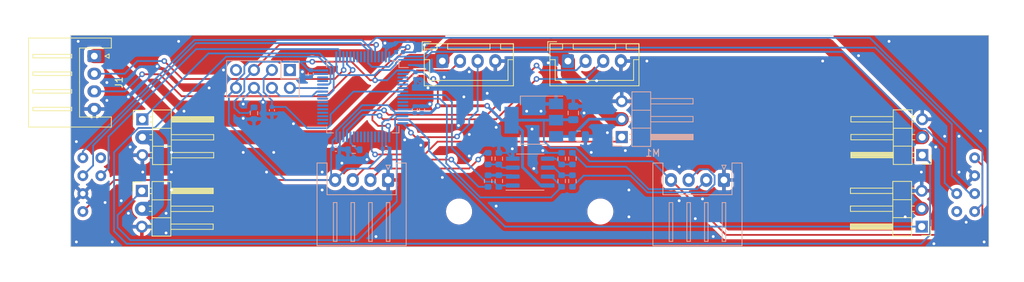
<source format=kicad_pcb>
(kicad_pcb (version 20221018) (generator pcbnew)
  (layers (0 "F.Cu" signal) (31 "B.Cu" signal) (34 "B.Paste" user) (35 "F.Paste" user) (36 "B.SilkS" user "B.Silkscreen") (37 "F.SilkS" user "F.Silkscreen") (38 "B.Mask" user) (39 "F.Mask" user) (44 "Edge.Cuts" user))
  (net 0 "")
  (net 1 "+5V")
  (net 2 "GND")
  (net 3 "+3V3")
  (net 4 "NRST")
  (net 5 "WS2812B")
  (net 6 "UART4_TX")
  (net 7 "UART4_RX")
  (net 8 "UART2_RX")
  (net 9 "UART2_TX")
  (net 10 "Net-(J3-Pin_2)")
  (net 11 "Net-(J3-Pin_3)")
  (net 13 "UART1_RX")
  (net 14 "UART1_TX")
  (net 15 "BOOT0")
  (net 17 "Net-(J5-Pin_2)")
  (net 18 "Net-(J5-Pin_3)")
  (net 19 "UART3_RX")
  (net 20 "UART3_TX")
  (net 21 "ServoBasket")
  (net 22 "ServoArmLeft")
  (net 23 "ServoArmRight")
  (net 24 "ServoHandLeft")
  (net 25 "ServoHandRight")
  (net 26 "Net-(U1B-+)")
  (net 27 "Net-(U1B--)")
  (net 28 "Net-(U1A-+)")
  (net 29 "Net-(U4-PB2)")
  (net 30 "Net-(U1A--)")
  (net 31 "LOADCEL_R")
  (net 32 "LOADCEL_L")
  (net 33 "SCL")
  (net 34 "SDA")
  (net 35 "XSHUT1")
  (net 37 "XSHUT2")
  (footprint "Connector_PinHeader_2.54mm:PinHeader_1x03_P2.54mm_Horizontal" (layer "F.Cu") (at 155.505 97.14 180)
    (fp_text reference "M4" hide)
    (fp_text value "ServoArmRight" hide)
  )
  (footprint "Connector_JST:JST_XH_B4B-XH-A_1x04_P2.50mm_Vertical" (layer "F.Cu") (at 87.63 73.66)
    (fp_text reference "J2" hide)
    (fp_text value "MAIN" hide)
  )
  (footprint "Connector_JST:JST_XH_B4B-XH-A_1x04_P2.50mm_Vertical" (layer "F.Cu") (at 105.41 73.66)
    (fp_text reference "J6" hide)
    (fp_text value "OpenMV" hide)
  )
  (footprint "Connector_PinHeader_2.54mm:PinHeader_1x03_P2.54mm_Horizontal" (layer "F.Cu") (at 45.155 81.93)
    (fp_text reference "M5" hide)
    (fp_text value "ServoHandLeft" hide)
  )
  (footprint "Connector_PinHeader_2.54mm:PinHeader_1x03_P2.54mm_Horizontal" (layer "F.Cu") (at 45.085 92.075)
    (fp_text reference "M3" hide)
    (fp_text value "ServoArmLeft" hide)
  )
  (footprint "Connector_JST:JST_XH_S4B-XH-A_1x04_P2.50mm_Horizontal" (layer "F.Cu") (at 38.354 72.958 -90)
    (fp_text reference "J1")
    (fp_text value "UI")
  )
  (footprint "Connector_PinHeader_2.54mm:PinHeader_1x03_P2.54mm_Horizontal" (layer "F.Cu") (at 155.575 86.995 180)
    (fp_text reference "M6" hide)
    (fp_text value "ServoHandRight" hide)
  )
  (footprint "Capacitor_SMD:C_0805_2012Metric" (layer "B.Cu") (at 106.172 81.026 90)
    (fp_text reference "C2" hide)
    (fp_text value "22u" hide)
  )
  (footprint "Connector_JST:JST_XH_S4B-XH-A_1x04_P2.50mm_Horizontal" (layer "B.Cu") (at 79.95 90.53 180)
    (fp_text reference "J5" hide)
    (fp_text value "LOADCELL_L" hide)
  )
  (footprint "Resistor_SMD:R_0603_1608Metric" (layer "B.Cu") (at 104.521 90.678 90)
    (fp_text reference "R8" hide)
    (fp_text value "1M" hide)
  )
  (footprint "Package_QFP:LQFP-64_10x10mm_P0.5mm" (layer "B.Cu") (at 76.367 78.74 180)
    (fp_text reference "U4" hide)
    (fp_text value "STM32F103RCTx" hide)
  )
  (footprint "Resistor_SMD:R_0603_1608Metric" (layer "B.Cu") (at 94.107 87.503 -90)
    (fp_text reference "R3" hide)
    (fp_text value "330" hide)
  )
  (footprint "Capacitor_SMD:C_0402_1005Metric" (layer "B.Cu") (at 84.749 80.546 -90)
    (fp_text reference "C13" hide)
    (fp_text value "4.7u" hide)
  )
  (footprint "Capacitor_SMD:C_0402_1005Metric" (layer "B.Cu") (at 81.562 72.39 180)
    (fp_text reference "C11" hide)
    (fp_text value "100n" hide)
  )
  (footprint "Capacitor_SMD:C_0402_1005Metric" (layer "B.Cu") (at 83.82 75.72 90)
    (fp_text reference "C14" hide)
    (fp_text value "100n" hide)
  )
  (footprint "Resistor_SMD:R_0603_1608Metric" (layer "B.Cu") (at 75.097 86.233)
    (fp_text reference "R5" hide)
    (fp_text value "10k" hide)
  )
  (footprint "tuton:vl53l0x_vertical" (layer "B.Cu") (at 163 92.46 -90)
    (fp_text reference "U2" hide)
    (fp_text value "~")
  )
  (footprint "Resistor_SMD:R_0603_1608Metric" (layer "B.Cu") (at 106.045 87.503 -90)
    (fp_text reference "R1" hide)
    (fp_text value "330" hide)
  )
  (footprint "Connector_JST:JST_XH_S4B-XH-A_1x04_P2.50mm_Horizontal" (layer "B.Cu") (at 127.5 90.53 180)
    (fp_text reference "J3" hide)
    (fp_text value "LOADCELL_R" hide)
  )
  (footprint "MountingHole:MountingHole_3.2mm_M3" (layer "B.Cu") (at 90 95 180)
    (fp_text reference "REF**" hide)
    (fp_text value "MountingHole_3.2mm_M3" hide)
  )
  (footprint "Resistor_SMD:R_0603_1608Metric" (layer "B.Cu") (at 94.107 90.678 -90)
    (fp_text reference "R6" hide)
    (fp_text value "330" hide)
  )
  (footprint "Connector_PinHeader_2.54mm:PinHeader_1x03_P2.54mm_Horizontal" (layer "B.Cu") (at 113.03 84.44)
    (fp_text reference "M1")
    (fp_text value "ServoBasketLeft" hide)
  )
  (footprint "Capacitor_SMD:C_0402_1005Metric" (layer "B.Cu") (at 83.733 80.546 -90)
    (fp_text reference "C12" hide)
    (fp_text value "100n" hide)
  )
  (footprint "Capacitor_SMD:C_0402_1005Metric" (layer "B.Cu") (at 63.5 80.645 90)
    (fp_text reference "C15" hide)
    (fp_text value "100n" hide)
  )
  (footprint "Capacitor_SMD:C_0402_1005Metric" (layer "B.Cu") (at 72.557 86.106 180)
    (fp_text reference "C9" hide)
    (fp_text value "100n" hide)
  )
  (footprint "Resistor_SMD:R_0603_1608Metric" (layer "B.Cu") (at 106.045 90.678 -90)
    (fp_text reference "R2" hide)
    (fp_text value "330" hide)
  )
  (footprint "Capacitor_SMD:C_0402_1005Metric" (layer "B.Cu") (at 69.001 75.438 90)
    (fp_text reference "C10" hide)
    (fp_text value "100n" hide)
  )
  (footprint "tuton:vl53l0x_vertical" (layer "B.Cu") (at 36.73 89.92 90)
    (fp_text reference "U3" hide)
    (fp_text value "~")
  )
  (footprint "Resistor_SMD:R_0603_1608Metric" (layer "B.Cu") (at 95.631 90.678 90)
    (fp_text reference "R10" hide)
    (fp_text value "1M" hide)
  )
  (footprint "Resistor_SMD:R_0603_1608Metric" (layer "B.Cu") (at 95.631 87.503 90)
    (fp_text reference "R9" hide)
    (fp_text value "1M" hide)
  )
  (footprint "Package_TO_SOT_SMD:SOT-223-3_TabPin2" (layer "B.Cu") (at 100.584 82.042 180)
    (fp_text reference "U5" hide)
    (fp_text value "AMS1117-3.3" hide)
  )
  (footprint "Package_SO:SOIC-8_3.9x4.9mm_P1.27mm" (layer "B.Cu") (at 100.076 89.408)
    (fp_text reference "U1" hide)
    (fp_text value "LM358" hide)
  )
  (footprint "Connector_PinSocket_2.54mm:PinSocket_2x04_P2.54mm_Vertical" (layer "B.Cu") (at 66.04 74.93 90)
    (fp_text reference "J4" hide)
    (fp_text value "WRITER CONN" hide)
  )
  (footprint "Capacitor_SMD:C_0805_2012Metric" (layer "B.Cu") (at 106.934 84.328)
    (fp_text reference "C1" hide)
    (fp_text value "22u" hide)
  )
  (footprint "Resistor_SMD:R_0603_1608Metric" (layer "B.Cu") (at 60.96 81.054 -90)
    (fp_text reference "R4" hide)
    (fp_text value "10k" hide)
  )
  (footprint "Resistor_SMD:R_0603_1608Metric" (layer "B.Cu") (at 104.521 87.503 90)
    (fp_text reference "R7" hide)
    (fp_text value "1M" hide)
  )
  (footprint "MountingHole:MountingHole_3.2mm_M3" (layer "B.Cu") (at 110 95 180)
    (fp_text reference "REF**" hide)
    (fp_text value "MountingHole_3.2mm_M3" hide)
  )
  (footprint "Capacitor_SMD:C_0402_1005Metric" (layer "B.Cu") (at 79.669 86.106 180)
    (fp_text reference "C8" hide)
    (fp_text value "100n" hide)
  )
  (gr_rect (start 35 70) (end 165 100) (stroke (width 0.1)) (fill none) (layer "Edge.Cuts"))
  (segment (start 103 71.485) (end 142.245862 71.485) (width 2) (layer "F.Cu") (net 1))
  (segment (start 38.354 72.958) (end 40.283 72.958) (width 2) (layer "F.Cu") (net 1))
  (segment (start 87.63 73.66) (end 87.63 72.685) (width 2) (layer "F.Cu") (net 1))
  (segment (start 155.505 94.6) (end 155.145862 94.6) (width 2) (layer "F.Cu") (net 1))
  (segment (start 51.795 84.47) (end 56 84.47) (width 2) (layer "F.Cu") (net 1))
  (segment (start 87.63 73.66) (end 83.185 73.66) (width 2) (layer "F.Cu") (net 1))
  (segment (start 87.63 72.685) (end 88.83 71.485) (width 2) (layer "F.Cu") (net 1))
  (segment (start 56 84.47) (end 45.155 84.47) (width 2) (layer "F.Cu") (net 1))
  (segment (start 105.41 75.482081) (end 105.41 73.66) (width 2) (layer "F.Cu") (net 1))
  (segment (start 155.215862 84.455) (end 155.575 84.455) (width 2) (layer "F.Cu") (net 1))
  (segment (start 83.185 73.66) (end 72.375 84.47) (width 2) (layer "F.Cu") (net 1))
  (segment (start 40.283 72.958) (end 51.795 84.47) (width 2) (layer "F.Cu") (net 1))
  (segment (start 142.245862 71.485) (end 155.215862 84.455) (width 2) (layer "F.Cu") (net 1))
  (segment (start 153.455 85.015) (end 154.015 84.455) (width 2) (layer "F.Cu") (net 1))
  (segment (start 105.175 73.66) (end 103 71.485) (width 2) (layer "F.Cu") (net 1))
  (segment (start 72.375 84.47) (end 56 84.47) (width 2) (layer "F.Cu") (net 1))
  (segment (start 153.455 92.909138) (end 153.455 85.015) (width 2) (layer "F.Cu") (net 1))
  (segment (start 111.827919 81.9) (end 105.41 75.482081) (width 2) (layer "F.Cu") (net 1))
  (segment (start 154.015 84.455) (end 155.575 84.455) (width 2) (layer "F.Cu") (net 1))
  (segment (start 88.83 71.485) (end 103 71.485) (width 2) (layer "F.Cu") (net 1))
  (segment (start 155.145862 94.6) (end 153.455 92.909138) (width 2) (layer "F.Cu") (net 1))
  (segment (start 113.03 81.9) (end 111.827919 81.9) (width 2) (layer "F.Cu") (net 1))
  (segment (start 105.41 73.66) (end 105.175 73.66) (width 2) (layer "F.Cu") (net 1))
  (segment (start 45.155 84.47) (end 46.357081 84.47) (width 2) (layer "B.Cu") (net 1))
  (segment (start 105.984 84.328) (end 108.412 81.9) (width 0.4) (layer "B.Cu") (net 1))
  (segment (start 46.357081 84.47) (end 47.205 85.317919) (width 2) (layer "B.Cu") (net 1))
  (segment (start 108.412 81.9) (end 113.03 81.9) (width 0.4) (layer "B.Cu") (net 1))
  (segment (start 46.385 94.615) (end 45.085 94.615) (width 2) (layer "B.Cu") (net 1))
  (segment (start 103.734 84.342) (end 105.97 84.342) (width 0.4) (layer "B.Cu") (net 1))
  (segment (start 47.205 93.795) (end 46.385 94.615) (width 2) (layer "B.Cu") (net 1))
  (segment (start 47.205 85.317919) (end 47.205 93.795) (width 2) (layer "B.Cu") (net 1))
  (segment (start 105.97 84.342) (end 105.984 84.328) (width 0.4) (layer "B.Cu") (net 1))
  (via (at 163.83 83.566) (size 0.8) (drill 0.4) (layers "F.Cu" "B.Cu") (net 2))
  (via (at 158.75 84.328) (size 0.8) (drill 0.4) (layers "F.Cu" "B.Cu") (net 2))
  (via (at 85.09 71.374) (size 0.8) (drill 0.4) (layers "F.Cu" "B.Cu") (net 2))
  (via (at 157.48 85.852) (size 0.8) (drill 0.4) (layers "F.Cu" "B.Cu") (net 2))
  (via (at 121.158 88.646) (size 0.8) (drill 0.4) (layers "F.Cu" "B.Cu") (net 2))
  (via (at 59.436 81.788) (size 0.8) (drill 0.4) (layers "F.Cu" "B.Cu") (net 2))
  (via (at 50.292 70.866) (size 0.8) (drill 0.4) (layers "F.Cu" "B.Cu") (net 2))
  (via (at 91.44 84.074) (size 0.8) (drill 0.4) (layers "F.Cu" "B.Cu") (net 2))
  (via (at 91.44 75.184) (size 0.8) (drill 0.4) (layers "F.Cu" "B.Cu") (net 2))
  (via (at 100.33 83.312) (size 0.8) (drill 0.4) (layers "F.Cu" "B.Cu") (net 2))
  (via (at 114.046 95.758) (size 0.8) (drill 0.4) (layers "F.Cu" "B.Cu") (net 2))
  (via (at 49.276 89.408) (size 0.8) (drill 0.4) (layers "F.Cu" "B.Cu") (net 2))
  (via (at 56.642 74.93) (size 0.8) (drill 0.4) (layers "F.Cu" "B.Cu") (net 2))
  (via (at 35.814 85.09) (size 0.8) (drill 0.4) (layers "F.Cu" "B.Cu") (net 2))
  (via (at 153.162 95.758) (size 0.8) (drill 0.4) (layers "F.Cu" "B.Cu") (net 2))
  (via (at 124.46 93.218) (size 0.8) (drill 0.4) (layers "F.Cu" "B.Cu") (net 2))
  (via (at 59.436 79.756) (size 0.8) (drill 0.4) (layers "F.Cu" "B.Cu") (net 2))
  (via (at 78.232 98.552) (size 0.8) (drill 0.4) (layers "F.Cu" "B.Cu") (net 2))
  (via (at 89.916 82.804) (size 0.8) (drill 0.4) (layers "F.Cu" "B.Cu") (net 2))
  (via (at 70.612 91.948) (size 0.8) (drill 0.4) (layers "F.Cu" "B.Cu") (net 2))
  (via (at 79.502 71.12) (size 0.8) (drill 0.4) (layers "F.Cu" "B.Cu") (net 2))
  (via (at 109.474 76.454) (size 0.8) (drill 0.4) (layers "F.Cu" "B.Cu") (net 2))
  (via (at 150.876 70.866) (size 0.8) (drill 0.4) (layers "F.Cu" "B.Cu") (net 2))
  (via (at 76.962 87.63) (size 0.8) (drill 0.4) (layers "F.Cu" "B.Cu") (net 2))
  (via (at 107.696 81.026) (size 0.8) (drill 0.4) (layers "F.Cu" "B.Cu") (net 2))
  (via (at 51.054 80.772) (size 0.8) (drill 0.4) (layers "F.Cu" "B.Cu") (net 2))
  (via (at 54.61 77.47) (size 0.8) (drill 0.4) (layers "F.Cu" "B.Cu") (net 2))
  (via (at 121.158 93.472) (size 0.8) (drill 0.4) (layers "F.Cu" "B.Cu") (net 2))
  (via (at 87.884 75.946) (size 0.8) (drill 0.4) (layers "F.Cu" "B.Cu") (net 2))
  (via (at 160.782 84.328) (size 0.8) (drill 0.4) (layers "F.Cu" "B.Cu") (net 2))
  (via (at 62.738 89.408) (size 0.8) (drill 0.4) (layers "F.Cu" "B.Cu") (net 2))
  (via (at 123.444 96.012) (size 0.8) (drill 0.4) (layers "F.Cu" "B.Cu") (net 2))
  (via (at 84.582 85.598) (size 0.8) (drill 0.4) (layers "F.Cu" "B.Cu") (net 2))
  (via (at 49.276 91.948) (size 0.8) (drill 0.4) (layers "F.Cu" "B.Cu") (net 2))
  (via (at 82.296 84.836) (size 0.8) (drill 0.4) (layers "F.Cu" "B.Cu") (net 2))
  (via (at 113.538 86.36) (size 0.8) (drill 0.4) (layers "F.Cu" "B.Cu") (net 2))
  (via (at 102.616 73.914) (size 0.8) (drill 0.4) (layers "F.Cu" "B.Cu") (net 2))
  (via (at 67.818 75.184) (size 0.8) (drill 0.4) (layers "F.Cu" "B.Cu") (net 2))
  (via (at 42.164 93.472) (size 0.8) (drill 0.4) (layers "F.Cu" "B.Cu") (net 2))
  (via (at 45.212 89.408) (size 0.8) (drill 0.4) (layers "F.Cu" "B.Cu") (net 2))
  (via (at 49.276 86.614) (size 0.8) (drill 0.4) (layers "F.Cu" "B.Cu") (net 2))
  (via (at 43.434 85.852) (size 0.8) (drill 0.4) (layers "F.Cu" "B.Cu") (net 2))
  (via (at 48.514 95.25) (size 0.8) (drill 0.4) (layers "F.Cu" "B.Cu") (net 2))
  (via (at 164.338 99.314) (size 0.8) (drill 0.4) (layers "F.Cu" "B.Cu") (net 2))
  (via (at 100.584 88.9) (size 0.8) (drill 0.4) (layers "F.Cu" "B.Cu") (net 2))
  (via (at 43.18 78.74) (size 0.8) (drill 0.4) (layers "F.Cu" "B.Cu") (net 2))
  (via (at 39.878 93.726) (size 0.8) (drill 0.4) (layers "F.Cu" "B.Cu") (net 2))
  (via (at 40.132 76.708) (size 0.8) (drill 0.4) (layers "F.Cu" "B.Cu") (net 2))
  (via (at 40.132 79.248) (size 0.8) (drill 0.4) (layers "F.Cu" "B.Cu") (net 2))
  (via (at 101.854 86.36) (size 0.8) (drill 0.4) (layers "F.Cu" "B.Cu") (net 2))
  (via (at 62.23 79.502) (size 0.8) (drill 0.4) (layers "F.Cu" "B.Cu") (net 2))
  (via (at 47.244 74.422) (size 0.8) (drill 0.4) (layers "F.Cu" "B.Cu") (net 2))
  (via (at 48.514 98.044) (size 0.8) (drill 0.4) (layers "F.Cu" "B.Cu") (net 2))
  (via (at 40.894 99.314) (size 0.8) (drill 0.4) (layers "F.Cu" "B.Cu") (net 2))
  (via (at 146.558 72.898) (size 0.8) (drill 0.4) (layers "F.Cu" "B.Cu") (net 2))
  (via (at 108.712 86.614) (size 0.8) (drill 0.4) (layers "F.Cu" "B.Cu") (net 2))
  (via (at 157.226 99.568) (size 0.8) (drill 0.4) (layers "F.Cu" "B.Cu") (net 2))
  (via (at 85.852 79.756) (size 0.8) (drill 0.4) (layers "F.Cu" "B.Cu") (net 2))
  (via (at 87.63 90.17) (size 0.8) (drill 0.4) (layers "F.Cu" "B.Cu") (net 2))
  (via (at 97.536 86.106) (size 0.8) (drill 0.4) (layers "F.Cu" "B.Cu") (net 2))
  (via (at 73.406 88.138) (size 0.8) (drill 0.4) (layers "F.Cu" "B.Cu") (net 2))
  (via (at 66.548 82.55) (size 0.8) (drill 0.4) (layers "F.Cu" "B.Cu") (net 2))
  (via (at 63.754 86.614) (size 0.8) (drill 0.4) (layers "F.Cu" "B.Cu") (net 2))
  (via (at 90.678 78.74) (size 0.8) (drill 0.4) (layers "F.Cu" "B.Cu") (net 2))
  (via (at 101.6 80.772) (size 0.8) (drill 0.4) (layers "F.Cu" "B.Cu") (net 2))
  (via (at 141.478 73.66) (size 0.8) (drill 0.4) (layers "F.Cu" "B.Cu") (net 2))
  (via (at 85.598 77.47) (size 0.8) (drill 0.4) (layers "F.Cu" "B.Cu") (net 2))
  (via (at 91.44 87.122) (size 0.8) (drill 0.4) (layers "F.Cu" "B.Cu") (net 2))
  (via (at 70.612 89.408) (size 0.8) (drill 0.4) (layers "F.Cu" "B.Cu") (net 2))
  (via (at 95.25 83.058) (size 0.8) (drill 0.4) (layers "F.Cu" "B.Cu") (net 2))
  (via (at 36.068 70.866) (size 0.8) (drill 0.4) (layers "F.Cu" "B.Cu") (net 2))
  (via (at 35.814 99.314) (size 0.8) (drill 0.4) (layers "F.Cu" "B.Cu") (net 2))
  (via (at 110.998 83.82) (size 0.8) (drill 0.4) (layers "F.Cu" "B.Cu") (net 2))
  (via (at 116.586 73.66) (size 0.8) (drill 0.4) (layers "F.Cu" "B.Cu") (net 2))
  (via (at 160.782 89.408) (size 0.8) (drill 0.4) (layers "F.Cu" "B.Cu") (net 2))
  (via (at 99.568 80.772) (size 0.8) (drill 0.4) (layers "F.Cu" "B.Cu") (net 2))
  (via (at 155.448 89.408) (size 0.8) (drill 0.4) (layers "F.Cu" "B.Cu") (net 2))
  (via (at 93.98 78.232) (size 0.8) (drill 0.4) (layers "F.Cu" "B.Cu") (net 2))
  (via (at 161.798 96.52) (size 0.8) (drill 0.4) (layers "F.Cu" "B.Cu") (net 2))
  (via (at 43.18 95.25) (size 0.8) (drill 0.4) (layers "F.Cu" "B.Cu") (net 2))
  (via (at 125.984 98.552) (size 0.8) (drill 0.4) (layers "F.Cu" "B.Cu") (net 2))
  (via (at 59.436 86.614) (size 0.8) (drill 0.4) (layers "F.Cu" "B.Cu") (net 2))
  (via (at 114.046 91.948) (size 0.8) (drill 0.4) (layers "F.Cu" "B.Cu") (net 2))
  (via (at 95.25 94.234) (size 0.8) (drill 0.4) (layers "F.Cu" "B.Cu") (net 2))
  (segment (start 59.436 78.994) (end 60.96 77.47) (width 0.25) (layer "B.Cu") (net 2))
  (segment (start 62.23 78.74) (end 62.23 79.502) (width 0.25) (layer "B.Cu") (net 2))
  (segment (start 84.582 76.962) (end 85.09 76.962) (width 0.25) (layer "B.Cu") (net 2))
  (segment (start 80.149 86.09451) (end 80.149 86.106) (width 0.25) (layer "B.Cu") (net 2))
  (segment (start 83.6586 70.9586) (end 80.880636 70.9586) (width 0.25) (layer "B.Cu") (net 2))
  (segment (start 74.272 86.233) (end 75.669 87.63) (width 0.25) (layer "B.Cu") (net 2))
  (segment (start 69.429 75.49) (end 69.001 75.918) (width 0.25) (layer "B.Cu") (net 2))
  (segment (start 102.172 86.678) (end 101.854 86.36) (width 0.25) (layer "B.Cu") (net 2))
  (segment (start 82.042 80.49) (end 83.309 80.49) (width 0.25) (layer "B.Cu") (net 2))
  (segment (start 70.692 75.49) (end 69.429 75.49) (width 0.25) (layer "B.Cu") (net 2))
  (segment (start 83.82 76.2) (end 84.582 76.962) (width 0.25) (layer "B.Cu") (net 2))
  (segment (start 75.669 87.63) (end 76.962 87.63) (width 0.25) (layer "B.Cu") (net 2))
  (segment (start 95.631 86.678) (end 96.776 86.678) (width 0.25) (layer "B.Cu") (net 2))
  (segment (start 84.074 71.374) (end 83.6586 70.9586) (width 0.25) (layer "B.Cu") (net 2))
  (segment (start 82.042 72.39) (end 82.0606 72.4086) (width 0.25) (layer "B.Cu") (net 2))
  (segment (start 73.117 84.415) (end 73.117 86.026) (width 0.25) (layer "B.Cu") (net 2))
  (segment (start 104.521 86.678) (end 102.172 86.678) (width 0.25) (layer "B.Cu") (net 2))
  (segment (start 73.117 86.026) (end 73.037 86.106) (width 0.25) (layer "B.Cu") (net 2))
  (segment (start 84.749 80.066) (end 83.733 80.066) (width 0.25) (layer "B.Cu") (net 2))
  (segment (start 96.776 86.678) (end 97.601 87.503) (width 0.25) (layer "B.Cu") (net 2))
  (segment (start 79.617 71.235) (end 79.502 71.12) (width 0.25) (layer "B.Cu") (net 2))
  (segment (start 79.617 73.065) (end 79.617 71.235) (width 0.25) (layer "B.Cu") (net 2))
  (segment (start 59.436 79.756) (end 59.436 78.994) (width 0.25) (layer "B.Cu") (net 2))
  (segment (start 85.09 76.962) (end 85.598 77.47) (width 0.25) (layer "B.Cu") (net 2))
  (segment (start 84.074 72.136) (end 84.074 71.374) (width 0.25) (layer "B.Cu") (net 2))
  (segment (start 60.96 77.47) (end 62.23 78.74) (width 0.25) (layer "B.Cu") (net 2))
  (segment (start 83.309 80.49) (end 83.733 80.066) (width 0.25) (layer "B.Cu") (net 2))
  (segment (start 79.617 85.56251) (end 80.149 86.09451) (width 0.25) (layer "B.Cu") (net 2))
  (segment (start 79.617 72.222236) (end 79.617 73.065) (width 0.25) (layer "B.Cu") (net 2))
  (segment (start 79.617 84.415) (end 79.617 85.56251) (width 0.25) (layer "B.Cu") (net 2))
  (segment (start 82.0606 72.4086) (end 83.8014 72.4086) (width 0.25) (layer "B.Cu") (net 2))
  (segment (start 83.8014 72.4086) (end 84.074 72.136) (width 0.25) (layer "B.Cu") (net 2))
  (segment (start 80.880636 70.9586) (end 79.617 72.222236) (width 0.25) (layer "B.Cu") (net 2))
  (segment (start 80.772 73.649129) (end 80.274871 73.649129) (width 0.25) (layer "F.Cu") (net 3))
  (segment (start 36.73 95) (end 41.2 90.53) (width 0.25) (layer "F.Cu") (net 3))
  (segment (start 163 87.38) (end 164.087 88.467) (width 0.25) (layer "F.Cu") (net 3))
  (segment (start 127.785 98.315) (end 120 90.53) (width 0.25) (layer "F.Cu") (net 3))
  (segment (start 164.087 88.467) (end 164.087 96.263) (width 0.25) (layer "F.Cu") (net 3))
  (segment (start 82.738029 71.6831) (end 80.772 73.649129) (width 0.25) (layer "F.Cu") (net 3))
  (segment (start 78.105 75.819) (end 78.105 76.3795) (width 0.25) (layer "F.Cu") (net 3))
  (segment (start 77.404805 76.3795) (end 74.774805 73.7495) (width 0.25) (layer "F.Cu") (net 3))
  (segment (start 74.774805 73.7495) (end 69.215 73.7495) (width 0.25) (layer "F.Cu") (net 3))
  (segment (start 86.995 76.835) (end 86.995 80.01) (width 0.25) (layer "F.Cu") (net 3))
  (segment (start 86.36 76.2) (end 86.995 76.835) (width 0.25) (layer "F.Cu") (net 3))
  (segment (start 78.105 76.3795) (end 77.404805 76.3795) (width 0.25) (layer "F.Cu") (net 3))
  (segment (start 164.087 96.263) (end 162.035 98.315) (width 0.25) (layer "F.Cu") (net 3))
  (segment (start 162.035 98.315) (end 127.785 98.315) (width 0.25) (layer "F.Cu") (net 3))
  (segment (start 93.98 80.01) (end 86.995 80.01) (width 0.4) (layer "F.Cu") (net 3))
  (segment (start 80.274871 73.649129) (end 78.105 75.819) (width 0.25) (layer "F.Cu") (net 3))
  (segment (start 41.2 90.53) (end 72.45 90.53) (width 0.25) (layer "F.Cu") (net 3))
  (via (at 86.36 76.2) (size 0.8) (drill 0.4) (layers "F.Cu" "B.Cu") (net 3))
  (via (at 82.738029 71.6831) (size 0.8) (drill 0.4) (layers "F.Cu" "B.Cu") (net 3))
  (via (at 93.98 80.01) (size 0.8) (drill 0.4) (layers "F.Cu" "B.Cu") (net 3))
  (via (at 78.105 76.3795) (size 0.8) (drill 0.4) (layers "F.Cu" "B.Cu") (net 3))
  (via (at 86.995 80.01) (size 0.8) (drill 0.4) (layers "F.Cu" "B.Cu") (net 3))
  (via (at 69.215 73.7495) (size 0.8) (drill 0.4) (layers "F.Cu" "B.Cu") (net 3))
  (segment (start 106.543004 85.953) (end 102.945 85.953) (width 0.25) (layer "B.Cu") (net 3))
  (segment (start 80.407 73.065) (end 80.117 73.065) (width 0.25) (layer "B.Cu") (net 3))
  (segment (start 108.474004 87.884) (end 106.543004 85.953) (width 0.25) (layer "B.Cu") (net 3))
  (segment (start 102 82.042) (end 97.434 82.042) (width 0.4) (layer "B.Cu") (net 3))
  (segment (start 102 85.008) (end 102 82.042) (width 0.25) (layer "B.Cu") (net 3))
  (segment (start 72.077 84.955) (end 72.077 86.106) (width 0.25) (layer "B.Cu") (net 3))
  (segment (start 79.809736 76.3795) (end 78.105 76.3795) (width 0.25) (layer "B.Cu") (net 3))
  (segment (start 97.434 82.042) (end 96.012 82.042) (width 0.4) (layer "B.Cu") (net 3))
  (segment (start 68.691001 74.958) (end 67.488001 73.755) (width 0.25) (layer "B.Cu") (net 3))
  (segment (start 79.502 82.042) (end 80.01084 82.042) (width 0.25) (layer "B.Cu") (net 3))
  (segment (start 81.199236 74.99) (end 79.809736 76.3795) (width 0.25) (layer "B.Cu") (net 3))
  (segment (start 83.82 75.24) (end 83.57 74.99) (width 0.25) (layer "B.Cu") (net 3))
  (segment (start 57.404 78.486) (end 57.404 82.55) (width 0.25) (layer "B.Cu") (net 3))
  (segment (start 120 90.53) (end 117.354 87.884) (width 0.25) (layer "B.Cu") (net 3))
  (segment (start 80.01084 82.042) (end 81.06284 80.99) (width 0.25) (layer "B.Cu") (net 3))
  (segment (start 69.001 74.958) (end 68.691001 74.958) (width 0.25) (layer "B.Cu") (net 3))
  (segment (start 72.617 84.415) (end 72.617 83.572236) (width 0.25) (layer "B.Cu") (net 3))
  (segment (start 86.995 80.01) (end 85.979 81.026) (width 0.4) (layer "B.Cu") (net 3))
  (segment (start 81.437 72.02351) (end 81.437 72.035) (width 0.25) (layer "B.Cu") (net 3))
  (segment (start 59.595 74.39) (end 59.595 75.416701) (width 0.25) (layer "B.Cu") (net 3))
  (segment (start 84.455 81.026) (end 83.733 81.026) (width 0.25) (layer "B.Cu") (net 3))
  (segment (start 72.45 90.53) (end 71.882 89.962) (width 0.25) (layer "B.Cu") (net 3))
  (segment (start 65.384 90.53) (end 72.45 90.53) (width 0.25) (layer "B.Cu") (net 3))
  (segment (start 79.117 82.427) (end 79.502 82.042) (width 0.25) (layer "B.Cu") (net 3))
  (segment (start 70.692 74.99) (end 69.033 74.99) (width 0.25) (layer "B.Cu") (net 3))
  (segment (start 86.36 76.2) (end 85.852 76.2) (width 0.25) (layer "B.Cu") (net 3))
  (segment (start 60.23 73.755) (end 59.595 74.39) (width 0.25) (layer "B.Cu") (net 3))
  (segment (start 81.77691 71.6836) (end 81.437 72.02351) (width 0.25) (layer "B.Cu") (net 3))
  (segment (start 72.617 83.572236) (end 76.269236 79.92) (width 0.25) (layer "B.Cu") (net 3))
  (segment (start 71.882 86.301) (end 72.077 86.106) (width 0.25) (layer "B.Cu") (net 3))
  (segment (start 102.551 91.313) (end 101.576001 91.313) (width 0.4) (layer "B.Cu") (net 3))
  (segment (start 98.976 83.584) (end 97.434 82.042) (width 0.4) (layer "B.Cu") (net 3))
  (segment (start 58.42 77.47) (end 57.404 78.486) (width 0.25) (layer "B.Cu") (net 3))
  (segment (start 85.852 76.2) (end 84.892 75.24) (width 0.25) (layer "B.Cu") (net 3))
  (segment (start 98.976 88.712999) (end 98.976 83.584) (width 0.4) (layer "B.Cu") (net 3))
  (segment (start 79.117 86.034) (end 79.189 86.106) (width 0.25) (layer "B.Cu") (net 3))
  (segment (start 71.882 89.962) (end 71.882 86.301) (width 0.25) (layer "B.Cu") (net 3))
  (segment (start 82.286292 71.6836) (end 81.77691 71.6836) (width 0.25) (layer "B.Cu") (net 3))
  (segment (start 66.675 73.755) (end 60.23 73.755) (width 0.25) (layer "B.Cu") (net 3))
  (segment (start 57.404 82.55) (end 65.384 90.53) (width 0.25) (layer "B.Cu") (net 3))
  (segment (start 106.172 81.976) (end 103.8 81.976) (width 0.4) (layer "B.Cu") (net 3))
  (segment (start 79.189 86.106) (end 79.189 86.846805) (width 0.25) (layer "B.Cu") (net 3))
  (segment (start 79.92 79.92) (end 80.99 80.99) (width 0.25) (layer "B.Cu") (net 3))
  (segment (start 81.77741 71.6831) (end 81.77691 71.6836) (width 0.25) (layer "B.Cu") (net 3))
  (segment (start 72.617 84.415) (end 72.077 84.955) (width 0.25) (layer "B.Cu") (net 3))
  (segment (start 69.215 73.7495) (end 66.6805 73.7495) (width 0.25) (layer "B.Cu") (net 3))
  (segment (start 69.033 74.99) (end 69.001 74.958) (width 0.25) (layer "B.Cu") (net 3))
  (segment (start 102.945 85.953) (end 102 85.008) (width 0.25) (layer "B.Cu") (net 3))
  (segment (start 84.892 75.24) (end 83.82 75.24) (width 0.25) (layer "B.Cu") (net 3))
  (segment (start 79.117 84.415) (end 79.117 82.427) (width 0.25) (layer "B.Cu") (net 3))
  (segment (start 59.595 75.416701) (end 58.42 76.591701) (width 0.25) (layer "B.Cu") (net 3))
  (segment (start 81.437 72.035) (end 80.407 73.065) (width 0.25) (layer "B.Cu") (net 3))
  (segment (start 74.08 88.9) (end 72.45 90.53) (width 0.25) (layer "B.Cu") (net 3))
  (segment (start 82.042 74.99) (end 81.199236 74.99) (width 0.25) (layer "B.Cu") (net 3))
  (segment (start 83.697 80.99) (end 83.733 81.026) (width 0.25) (layer "B.Cu") (net 3))
  (segment (start 67.488001 73.755) (end 66.675 73.755) (width 0.25) (layer "B.Cu") (net 3))
  (segment (start 77.135805 88.9) (end 74.08 88.9) (width 0.25) (layer "B.Cu") (net 3))
  (segment (start 82.738029 71.6831) (end 81.77741 71.6831) (width 0.25) (layer "B.Cu") (net 3))
  (segment (start 103.8 81.976) (end 103.734 82.042) (width 0.4) (layer "B.Cu") (net 3))
  (segment (start 58.42 76.591701) (end 58.42 77.47) (width 0.25) (layer "B.Cu") (net 3))
  (segment (start 96.012 82.042) (end 93.98 80.01) (width 0.4) (layer "B.Cu") (net 3))
  (segment (start 79.117 84.415) (end 79.117 86.034) (width 0.25) (layer "B.Cu") (net 3))
  (segment (start 66.6805 73.7495) (end 66.675 73.755) (width 0.25) (layer "B.Cu") (net 3))
  (segment (start 101.576001 91.313) (end 98.976 88.712999) (width 0.4) (layer "B.Cu") (net 3))
  (segment (start 85.979 81.026) (end 84.455 81.026) (width 0.4) (layer "B.Cu") (net 3))
  (segment (start 82.042 80.99) (end 83.697 80.99) (width 0.25) (layer "B.Cu") (net 3))
  (segment (start 103.734 82.042) (end 102 82.042) (width 0.4) (layer "B.Cu") (net 3))
  (segment (start 76.269236 79.92) (end 79.92 79.92) (width 0.25) (layer "B.Cu") (net 3))
  (segment (start 83.57 74.99) (end 82.042 74.99) (width 0.25) (layer "B.Cu") (net 3))
  (segment (start 80.99 80.99) (end 82.042 80.99) (width 0.25) (layer "B.Cu") (net 3))
  (segment (start 117.354 87.884) (end 108.474004 87.884) (width 0.25) (layer "B.Cu") (net 3))
  (segment (start 81.06284 80.99) (end 82.042 80.99) (width 0.25) (layer "B.Cu") (net 3))
  (segment (start 84.749 81.026) (end 84.455 81.026) (width 0.25) (layer "B.Cu") (net 3))
  (segment (start 79.189 86.846805) (end 77.135805 88.9) (width 0.25) (layer "B.Cu") (net 3))
  (segment (start 71.339764 83.185) (end 68.480999 83.185) (width 0.25) (layer "B.Cu") (net 4))
  (segment (start 71.792 81.243) (end 71.792 82.732764) (width 0.25) (layer "B.Cu") (net 4))
  (segment (start 68.480999 83.185) (end 65.460999 80.165) (width 0.25) (layer "B.Cu") (net 4))
  (segment (start 63.5 79.248) (end 62.325 78.073) (width 0.25) (layer "B.Cu") (net 4))
  (segment (start 82.042 77.99) (end 75.045 77.99) (width 0.25) (layer "B.Cu") (net 4))
  (segment (start 65.460999 80.165) (end 63.5 80.165) (width 0.25) (layer "B.Cu") (net 4))
  (segment (start 62.325 76.105) (end 63.5 74.93) (width 0.25) (layer "B.Cu") (net 4))
  (segment (start 75.045 77.99) (end 71.792 81.243) (width 0.25) (layer "B.Cu") (net 4))
  (segment (start 63.5 80.165) (end 63.5 79.248) (width 0.25) (layer "B.Cu") (net 4))
  (segment (start 71.792 82.732764) (end 71.339764 83.185) (width 0.25) (layer "B.Cu") (net 4))
  (segment (start 62.325 78.073) (end 62.325 76.105) (width 0.25) (layer "B.Cu") (net 4))
  (segment (start 50.8 76.2) (end 72.39 76.2) (width 0.25) (layer "F.Cu") (net 6))
  (segment (start 48.26 73.66) (end 50.8 76.2) (width 0.25) (layer "F.Cu") (net 6))
  (segment (start 72.39 76.2) (end 73.66 74.93) (width 0.25) (layer "F.Cu") (net 6))
  (via (at 73.66 74.93) (size 0.8) (drill 0.4) (layers "F.Cu" "B.Cu") (net 6))
  (via (at 48.26 73.66) (size 0.8) (drill 0.4) (layers "F.Cu" "B.Cu") (net 6))
  (segment (start 73.66 74.93) (end 73.617 74.887) (width 0.25) (layer "B.Cu") (net 6))
  (segment (start 44.45 73.66) (end 48.26 73.66) (width 0.25) (layer "B.Cu") (net 6))
  (segment (start 38.354 75.458) (end 42.652 75.458) (width 0.25) (layer "B.Cu") (net 6))
  (segment (start 42.652 75.458) (end 44.45 73.66) (width 0.25) (layer "B.Cu") (net 6))
  (segment (start 73.617 74.887) (end 73.617 73.065) (width 0.25) (layer "B.Cu") (net 6))
  (segment (start 71.215 78.645) (end 74.93 74.93) (width 0.25) (layer "F.Cu") (net 7))
  (segment (start 45.118518 75.531482) (end 47.591482 75.531482) (width 0.25) (layer "F.Cu") (net 7))
  (segment (start 47.591482 75.531482) (end 50.705 78.645) (width 0.25) (layer "F.Cu") (net 7))
  (segment (start 50.705 78.645) (end 71.215 78.645) (width 0.25) (layer "F.Cu") (net 7))
  (via (at 45.118518 75.531482) (size 0.8) (drill 0.4) (layers "F.Cu" "B.Cu") (net 7))
  (via (at 74.93 74.93) (size 0.8) (drill 0.4) (layers "F.Cu" "B.Cu") (net 7))
  (segment (start 42.692 77.958) (end 38.354 77.958) (width 0.25) (layer "B.Cu") (net 7))
  (segment (start 74.117 74.117) (end 74.93 74.93) (width 0.25) (layer "B.Cu") (net 7))
  (segment (start 45.118518 75.531482) (end 42.692 77.958) (width 0.25) (layer "B.Cu") (net 7))
  (segment (start 74.117 73.065) (end 74.117 74.117) (width 0.25) (layer "B.Cu") (net 7))
  (segment (start 84.009695 74.985) (end 88.805 74.985) (width 0.25) (layer "F.Cu") (net 8))
  (segment (start 77.724 82.042) (end 77.724 81.270695) (width 0.25) (layer "F.Cu") (net 8))
  (segment (start 78.534996 82.852996) (end 77.724 82.042) (width 0.25) (layer "F.Cu") (net 8))
  (segment (start 88.805 74.985) (end 90.13 73.66) (width 0.25) (layer "F.Cu") (net 8))
  (segment (start 77.724 81.270695) (end 84.009695 74.985) (width 0.25) (layer "F.Cu") (net 8))
  (segment (start 79.961004 82.852996) (end 78.534996 82.852996) (width 0.25) (layer "F.Cu") (net 8))
  (via (at 79.961004 82.852996) (size 0.8) (drill 0.4) (layers "F.Cu" "B.Cu") (net 8))
  (segment (start 79.961004 82.852996) (end 80.117 83.008992) (width 0.25) (layer "B.Cu") (net 8))
  (segment (start 80.117 83.008992) (end 80.117 84.415) (width 0.25) (layer "B.Cu") (net 8))
  (segment (start 89.622236 84.455) (end 83.82 84.455) (width 0.25) (layer "F.Cu") (net 9))
  (segment (start 83.82 84.455) (end 83.185 83.82) (width 0.25) (layer "F.Cu") (net 9))
  (segment (start 89.711736 84.3655) (end 89.622236 84.455) (width 0.25) (layer "F.Cu") (net 9))
  (via (at 89.711736 84.3655) (size 0.8) (drill 0.4) (layers "F.Cu" "B.Cu") (net 9))
  (via (at 83.185 83.82) (size 0.8) (drill 0.4) (layers "F.Cu" "B.Cu") (net 9))
  (segment (start 92.63 80.725) (end 92.63 73.66) (width 0.25) (layer "B.Cu") (net 9))
  (segment (start 83.185 83.82) (end 83.185 83.633) (width 0.25) (layer "B.Cu") (net 9))
  (segment (start 91.44 81.915) (end 92.63 80.725) (width 0.25) (layer "B.Cu") (net 9))
  (segment (start 83.185 83.633) (end 82.042 82.49) (width 0.25) (layer "B.Cu") (net 9))
  (segment (start 91.44 82.637236) (end 91.44 81.915) (width 0.25) (layer "B.Cu") (net 9))
  (segment (start 89.711736 84.3655) (end 91.44 82.637236) (width 0.25) (layer "B.Cu") (net 9))
  (segment (start 106.045 86.678) (end 108.013 88.646) (width 0.25) (layer "B.Cu") (net 10))
  (segment (start 123.7 91.83) (end 125 90.53) (width 0.25) (layer "B.Cu") (net 10))
  (segment (start 113.646 88.646) (end 116.83 91.83) (width 0.25) (layer "B.Cu") (net 10))
  (segment (start 116.83 91.83) (end 123.7 91.83) (width 0.25) (layer "B.Cu") (net 10))
  (segment (start 108.013 88.646) (end 113.646 88.646) (width 0.25) (layer "B.Cu") (net 10))
  (segment (start 106.045 91.503) (end 107.632 89.916) (width 0.25) (layer "B.Cu") (net 11))
  (segment (start 107.632 89.916) (end 114.279604 89.916) (width 0.25) (layer "B.Cu") (net 11))
  (segment (start 125.036701 92.28) (end 126.175 91.141701) (width 0.25) (layer "B.Cu") (net 11))
  (segment (start 126.175 91.141701) (end 126.175 89.918299) (width 0.25) (layer "B.Cu") (net 11))
  (segment (start 124.03 89) (end 122.5 90.53) (width 0.25) (layer "B.Cu") (net 11))
  (segment (start 125.256701 89) (end 124.03 89) (width 0.25) (layer "B.Cu") (net 11))
  (segment (start 126.175 89.918299) (end 125.256701 89) (width 0.25) (layer "B.Cu") (net 11))
  (segment (start 116.643604 92.28) (end 125.036701 92.28) (width 0.25) (layer "B.Cu") (net 11))
  (segment (start 114.279604 89.916) (end 116.643604 92.28) (width 0.25) (layer "B.Cu") (net 11))
  (segment (start 70.692 77.49) (end 66.06 77.49) (width 0.25) (layer "B.Cu") (net 13))
  (segment (start 66.06 77.49) (end 66.04 77.47) (width 0.25) (layer "B.Cu") (net 13))
  (segment (start 69.194236 78.645) (end 64.675 78.645) (width 0.25) (layer "B.Cu") (net 14))
  (segment (start 64.675 78.645) (end 63.5 77.47) (width 0.25) (layer "B.Cu") (net 14))
  (segment (start 70.692 77.99) (end 69.849236 77.99) (width 0.25) (layer "B.Cu") (net 14))
  (segment (start 69.849236 77.99) (end 69.194236 78.645) (width 0.25) (layer "B.Cu") (net 14))
  (segment (start 78.255049 71.359549) (end 64.530451 71.359549) (width 0.25) (layer "F.Cu") (net 15))
  (segment (start 64.530451 71.359549) (end 60.96 74.93) (width 0.25) (layer "F.Cu") (net 15))
  (via (at 78.255049 71.359549) (size 0.8) (drill 0.4) (layers "F.Cu" "B.Cu") (net 15))
  (segment (start 58.166 80.264) (end 58.166 79.385701) (width 0.25) (layer "B.Cu") (net 15))
  (segment (start 60.163 81.026) (end 58.928 81.026) (width 0.25) (layer "B.Cu") (net 15))
  (segment (start 59.595 77.956701) (end 59.595 76.295) (width 0.25) (layer "B.Cu") (net 15))
  (segment (start 58.166 79.385701) (end 59.595 77.956701) (width 0.25) (layer "B.Cu") (net 15))
  (segment (start 60.96 80.229) (end 60.163 81.026) (width 0.25) (layer "B.Cu") (net 15))
  (segment (start 78.117 71.497598) (end 78.255049 71.359549) (width 0.25) (layer "B.Cu") (net 15))
  (segment (start 59.595 76.295) (end 60.96 74.93) (width 0.25) (layer "B.Cu") (net 15))
  (segment (start 78.117 73.065) (end 78.117 71.497598) (width 0.25) (layer "B.Cu") (net 15))
  (segment (start 58.928 81.026) (end 58.166 80.264) (width 0.25) (layer "B.Cu") (net 15))
  (segment (start 79.08 88.9) (end 77.45 90.53) (width 0.25) (layer "F.Cu") (net 17))
  (segment (start 92.71 87.63) (end 91.44 88.9) (width 0.25) (layer "F.Cu") (net 17))
  (segment (start 91.44 88.9) (end 79.08 88.9) (width 0.25) (layer "F.Cu") (net 17))
  (via (at 92.71 87.63) (size 0.8) (drill 0.4) (layers "F.Cu" "B.Cu") (net 17))
  (segment (start 92.71 87.63) (end 93.662 86.678) (width 0.25) (layer "B.Cu") (net 17))
  (segment (start 93.662 86.678) (end 94.107 86.678) (width 0.25) (layer "B.Cu") (net 17))
  (segment (start 78.105 88.9) (end 76.58 88.9) (width 0.25) (layer "F.Cu") (net 18))
  (segment (start 88.9 87.63) (end 79.375 87.63) (width 0.25) (layer "F.Cu") (net 18))
  (segment (start 79.375 87.63) (end 78.105 88.9) (width 0.25) (layer "F.Cu") (net 18))
  (segment (start 76.58 88.9) (end 74.95 90.53) (width 0.25) (layer "F.Cu") (net 18))
  (via (at 88.9 87.63) (size 0.8) (drill 0.4) (layers "F.Cu" "B.Cu") (net 18))
  (segment (start 92.773 91.503) (end 94.107 91.503) (width 0.25) (layer "B.Cu") (net 18))
  (segment (start 88.9 87.63) (end 92.773 91.503) (width 0.25) (layer "B.Cu") (net 18))
  (segment (start 79.375 80.645) (end 80.01 81.28) (width 0.25) (layer "F.Cu") (net 19))
  (segment (start 80.01 81.28) (end 93.98 81.28) (width 0.25) (layer "F.Cu") (net 19))
  (segment (start 93.98 81.28) (end 100.965 74.295) (width 0.25) (layer "F.Cu") (net 19))
  (via (at 79.375 80.645) (size 0.8) (drill 0.4) (layers "F.Cu" "B.Cu") (net 19))
  (via (at 100.965 74.295) (size 0.8) (drill 0.4) (layers "F.Cu" "B.Cu") (net 19))
  (segment (start 76.2 80.645) (end 79.375 80.645) (width 0.25) (layer "B.Cu") (net 19))
  (segment (start 73.617 83.228) (end 76.2 80.645) (width 0.25) (layer "B.Cu") (net 19))
  (segment (start 73.617 84.415) (end 73.617 83.228) (width 0.25) (layer "B.Cu") (net 19))
  (segment (start 100.965 74.295) (end 101.63 74.96) (width 0.25) (layer "B.Cu") (net 19))
  (segment (start 106.61 74.96) (end 107.91 73.66) (width 0.25) (layer "B.Cu") (net 19))
  (segment (start 101.63 74.96) (end 106.61 74.96) (width 0.25) (layer "B.Cu") (net 19))
  (segment (start 95.25 81.915) (end 100.965 76.2) (width 0.25) (layer "F.Cu") (net 20))
  (segment (start 78.739109 81.416134) (end 79.237975 81.915) (width 0.25) (layer "F.Cu") (net 20))
  (segment (start 79.237975 81.915) (end 95.25 81.915) (width 0.25) (layer "F.Cu") (net 20))
  (via (at 78.739109 81.416134) (size 0.8) (drill 0.4) (layers "F.Cu" "B.Cu") (net 20))
  (via (at 100.965 76.2) (size 0.8) (drill 0.4) (layers "F.Cu" "B.Cu") (net 20))
  (segment (start 110.41 73.66) (end 107.87 76.2) (width 0.25) (layer "B.Cu") (net 20))
  (segment (start 74.117 83.522236) (end 74.117 84.415) (width 0.25) (layer "B.Cu") (net 20))
  (segment (start 76.359236 81.28) (end 74.117 83.522236) (width 0.25) (layer "B.Cu") (net 20))
  (segment (start 78.602975 81.28) (end 76.359236 81.28) (width 0.25) (layer "B.Cu") (net 20))
  (segment (start 107.87 76.2) (end 100.965 76.2) (width 0.25) (layer "B.Cu") (net 20))
  (segment (start 78.739109 81.416134) (end 78.602975 81.28) (width 0.25) (layer "B.Cu") (net 20))
  (segment (start 86.95025 85.09) (end 85.13475 86.9055) (width 0.25) (layer "F.Cu") (net 21))
  (segment (start 112.38 85.09) (end 86.95025 85.09) (width 0.25) (layer "F.Cu") (net 21))
  (segment (start 85.13475 86.9055) (end 78.105 86.9055) (width 0.25) (layer "F.Cu") (net 21))
  (segment (start 113.03 84.44) (end 112.38 85.09) (width 0.25) (layer "F.Cu") (net 21))
  (via (at 78.105 86.9055) (size 0.8) (drill 0.4) (layers "F.Cu" "B.Cu") (net 21))
  (segment (start 78.105 86.9055) (end 77.617 86.4175) (width 0.25) (layer "B.Cu") (net 21))
  (segment (start 77.617 86.4175) (end 77.617 84.415) (width 0.25) (layer "B.Cu") (net 21))
  (segment (start 80.942 82.732764) (end 80.942 81.747236) (width 0.25) (layer "B.Cu") (net 22))
  (segment (start 75.692 99.06) (end 81.174236 93.577764) (width 0.25) (layer "B.Cu") (net 22))
  (segment (start 41.656 97.282) (end 43.434 99.06) (width 0.25) (layer "B.Cu") (net 22))
  (segment (start 80.942 81.747236) (end 81.199236 81.49) (width 0.25) (layer "B.Cu") (net 22))
  (segment (start 81.174236 93.577764) (end 81.174236 82.965) (width 0.25) (layer "B.Cu") (net 22))
  (segment (start 81.174236 82.965) (end 80.942 82.732764) (width 0.25) (layer "B.Cu") (net 22))
  (segment (start 81.199236 81.49) (end 82.042 81.49) (width 0.25) (layer "B.Cu") (net 22))
  (segment (start 43.434 99.06) (end 75.692 99.06) (width 0.25) (layer "B.Cu") (net 22))
  (segment (start 41.656 95.504) (end 41.656 97.282) (width 0.25) (layer "B.Cu") (net 22))
  (segment (start 45.085 92.075) (end 41.656 95.504) (width 0.25) (layer "B.Cu") (net 22))
  (segment (start 85.725 86.361396) (end 96.503604 97.14) (width 0.25) (layer "B.Cu") (net 23))
  (segment (start 82.884764 81.99) (end 85.725 84.830236) (width 0.25) (layer "B.Cu") (net 23))
  (segment (start 82.042 81.99) (end 82.884764 81.99) (width 0.25) (layer "B.Cu") (net 23))
  (segment (start 85.725 84.830236) (end 85.725 86.361396) (width 0.25) (layer "B.Cu") (net 23))
  (segment (start 96.503604 97.14) (end 155.505 97.14) (width 0.25) (layer "B.Cu") (net 23))
  (segment (start 70.25616 72.575) (end 54.51 72.575) (width 0.25) (layer "B.Cu") (net 24))
  (segment (start 72.242 77.782764) (end 72.242 74.56084) (width 0.25) (layer "B.Cu") (net 24))
  (segment (start 70.692 78.49) (end 71.534764 78.49) (width 0.25) (layer "B.Cu") (net 24))
  (segment (start 54.51 72.575) (end 45.155 81.93) (width 0.25) (layer "B.Cu") (net 24))
  (segment (start 71.534764 78.49) (end 72.242 77.782764) (width 0.25) (layer "B.Cu") (net 24))
  (segment (start 72.242 74.56084) (end 70.25616 72.575) (width 0.25) (layer "B.Cu") (net 24))
  (segment (start 155.427 99.568) (end 42.926 99.568) (width 0.25) (layer "B.Cu") (net 25))
  (segment (start 156.68 88.1) (end 156.68 98.315) (width 0.25) (layer "B.Cu") (net 25))
  (segment (start 71.792 76.732764) (end 71.534764 76.99) (width 0.25) (layer "B.Cu") (net 25))
  (segment (start 71.534764 76.99) (end 70.692 76.99) (width 0.25) (layer "B.Cu") (net 25))
  (segment (start 41.148 86.603167) (end 44.606167 83.145) (width 0.25) (layer "B.Cu") (net 25))
  (segment (start 70.069764 73.025) (end 71.792 74.747236) (width 0.25) (layer "B.Cu") (net 25))
  (segment (start 155.575 86.995) (end 156.68 88.1) (width 0.25) (layer "B.Cu") (net 25))
  (segment (start 156.68 98.315) (end 155.427 99.568) (width 0.25) (layer "B.Cu") (net 25))
  (segment (start 41.148 97.79) (end 41.148 86.603167) (width 0.25) (layer "B.Cu") (net 25))
  (segment (start 57.025914 73.025) (end 70.069764 73.025) (width 0.25) (layer "B.Cu") (net 25))
  (segment (start 71.792 74.747236) (end 71.792 76.732764) (width 0.25) (layer "B.Cu") (net 25))
  (segment (start 42.926 99.568) (end 41.148 97.79) (width 0.25) (layer "B.Cu") (net 25))
  (segment (start 46.905914 83.145) (end 57.025914 73.025) (width 0.25) (layer "B.Cu") (net 25))
  (segment (start 44.606167 83.145) (end 46.905914 83.145) (width 0.25) (layer "B.Cu") (net 25))
  (segment (start 103.696 87.503) (end 102.551 87.503) (width 0.25) (layer "B.Cu") (net 26))
  (segment (start 104.521 88.328) (end 106.045 88.328) (width 0.25) (layer "B.Cu") (net 26))
  (segment (start 104.521 88.328) (end 103.696 87.503) (width 0.25) (layer "B.Cu") (net 26))
  (segment (start 106.045 89.853) (end 104.521 89.853) (width 0.25) (layer "B.Cu") (net 27))
  (segment (start 103.441 88.773) (end 102.551 88.773) (width 0.25) (layer "B.Cu") (net 27))
  (segment (start 104.521 89.853) (end 103.441 88.773) (width 0.25) (layer "B.Cu") (net 27))
  (segment (start 96.076 88.773) (end 95.631 88.328) (width 0.25) (layer "B.Cu") (net 28))
  (segment (start 95.631 88.328) (end 94.107 88.328) (width 0.25) (layer "B.Cu") (net 28))
  (segment (start 97.601 88.773) (end 96.076 88.773) (width 0.25) (layer "B.Cu") (net 28))
  (segment (start 74.617 85.257764) (end 74.617 84.415) (width 0.25) (layer "B.Cu") (net 29))
  (segment (start 75.592236 86.233) (end 74.617 85.257764) (width 0.25) (layer "B.Cu") (net 29))
  (segment (start 75.922 86.233) (end 75.592236 86.233) (width 0.25) (layer "B.Cu") (net 29))
  (segment (start 97.411 89.853) (end 97.601 90.043) (width 0.25) (layer "B.Cu") (net 30))
  (segment (start 94.107 89.853) (end 95.631 89.853) (width 0.4) (layer "B.Cu") (net 30))
  (segment (start 95.631 89.853) (end 97.411 89.853) (width 0.25) (layer "B.Cu") (net 30))
  (segment (start 88.265 87.239695) (end 88.175 87.329695) (width 0.25) (layer "B.Cu") (net 31))
  (segment (start 93 93) (end 103.024 93) (width 0.25) (layer "B.Cu") (net 31))
  (segment (start 88.175 88.175) (end 93 93) (width 0.25) (layer "B.Cu") (net 31))
  (segment (start 88.175 87.329695) (end 88.175 88.175) (width 0.25) (layer "B.Cu") (net 31))
  (segment (start 103.061 90.043) (end 104.521 91.503) (width 0.25) (layer "B.Cu") (net 31))
  (segment (start 88.265 80.01) (end 88.265 87.239695) (width 0.25) (layer "B.Cu") (net 31))
  (segment (start 102.551 90.043) (end 103.061 90.043) (width 0.25) (layer "B.Cu") (net 31))
  (segment (start 82.042 78.99) (end 87.245 78.99) (width 0.25) (layer "B.Cu") (net 31))
  (segment (start 87.245 78.99) (end 88.265 80.01) (width 0.25) (layer "B.Cu") (net 31))
  (segment (start 103.024 93) (end 104.521 91.503) (width 0.25) (layer "B.Cu") (net 31))
  (segment (start 88.987236 79.462236) (end 88.015 78.49) (width 0.25) (layer "B.Cu") (net 32))
  (segment (start 97.601 91.313) (end 95.821 91.313) (width 0.25) (layer "B.Cu") (net 32))
  (segment (start 88.987236 85.987236) (end 88.987236 79.462236) (width 0.25) (layer "B.Cu") (net 32))
  (segment (start 93.778 90.778) (end 88.987236 85.987236) (width 0.25) (layer "B.Cu") (net 32))
  (segment (start 94.906 90.778) (end 93.778 90.778) (width 0.25) (layer "B.Cu") (net 32))
  (segment (start 95.631 91.503) (end 94.906 90.778) (width 0.25) (layer "B.Cu") (net 32))
  (segment (start 95.821 91.313) (end 95.631 91.503) (width 0.25) (layer "B.Cu") (net 32))
  (segment (start 88.015 78.49) (end 82.042 78.49) (width 0.25) (layer "B.Cu") (net 32))
  (segment (start 77.117 73.065) (end 77.117 73.942) (width 0.25) (layer "B.Cu") (net 33))
  (segment (start 148.912251 71.755) (end 159.766 82.608749) (width 0.25) (layer "B.Cu") (net 33))
  (segment (start 77.117 72.172236) (end 77.117 73.065) (width 0.25) (layer "B.Cu") (net 33))
  (segment (start 80.592 73.932764) (end 80.592 73.76942) (width 0.25) (layer "B.Cu") (net 33))
  (segment (start 81.33642 73.025) (end 84.834604 73.025) (width 0.25) (layer "B.Cu") (net 33))
  (segment (start 159.766 82.608749) (end 159.766 89.916) (width 0.25) (layer "B.Cu") (net 33))
  (segment (start 77.655 74.48) (end 80.044764 74.48) (width 0.25) (layer "B.Cu") (net 33))
  (segment (start 36.73 89.92) (end 38.183 88.467) (width 0.25) (layer "B.Cu") (net 33))
  (segment (start 84.834604 73.025) (end 86.104604 71.755) (width 0.25) (layer "B.Cu") (net 33))
  (segment (start 38.183 88.467) (end 38.183 85.643396) (width 0.25) (layer "B.Cu") (net 33))
  (segment (start 76.064764 71.12) (end 77.117 72.172236) (width 0.25) (layer "B.Cu") (net 33))
  (segment (start 77.117 73.942) (end 77.655 74.48) (width 0.25) (layer "B.Cu") (net 33))
  (segment (start 162.31 92.46) (end 163 92.46) (width 0.25) (layer "B.Cu") (net 33))
  (segment (start 52.706396 71.12) (end 76.064764 71.12) (width 0.25) (layer "B.Cu") (net 33))
  (segment (start 80.592 73.76942) (end 81.33642 73.025) (width 0.25) (layer "B.Cu") (net 33))
  (segment (start 86.104604 71.755) (end 148.912251 71.755) (width 0.25) (layer "B.Cu") (net 33))
  (segment (start 159.766 89.916) (end 162.31 92.46) (width 0.25) (layer "B.Cu") (net 33))
  (segment (start 80.044764 74.48) (end 80.592 73.932764) (width 0.25) (layer "B.Cu") (net 33))
  (segment (start 38.183 85.643396) (end 52.706396 71.12) (width 0.25) (layer "B.Cu") (net 33))
  (segment (start 77.617 73.065) (end 77.617 72.03584) (width 0.25) (layer "B.Cu") (net 34))
  (segment (start 77.617 72.03584) (end 76.25116 70.67) (width 0.25) (layer "B.Cu") (net 34))
  (segment (start 164.087 93.913) (end 164.087 86.293353) (width 0.25) (layer "B.Cu") (net 34))
  (segment (start 76.25116 70.67) (end 52.52 70.67) (width 0.25) (layer "B.Cu") (net 34))
  (segment (start 148.151647 70.358) (end 78.232 70.358) (width 0.25) (layer "B.Cu") (net 34))
  (segment (start 163 95) (end 164.087 93.913) (width 0.25) (layer "B.Cu") (net 34))
  (segment (start 164.087 86.293353) (end 148.151647 70.358) (width 0.25) (layer "B.Cu") (net 34))
  (segment (start 36.73 86.46) (end 36.73 87.38) (width 0.25) (layer "B.Cu") (net 34))
  (segment (start 78.232 70.358) (end 77.08558 71.50442) (width 0.25) (layer "B.Cu") (net 34))
  (segment (start 77.08558 71.50442) (end 77.617 72.03584) (width 0.25) (layer "B.Cu") (net 34))
  (segment (start 52.52 70.67) (end 36.73 86.46) (width 0.25) (layer "B.Cu") (net 34))
  (segment (start 86.136 72.36) (end 144.358299 72.36) (width 0.25) (layer "B.Cu") (net 35))
  (segment (start 81.522816 73.475) (end 85.021 73.475) (width 0.25) (layer "B.Cu") (net 35))
  (segment (start 81.042 73.955816) (end 81.522816 73.475) (width 0.25) (layer "B.Cu") (net 35))
  (segment (start 72.692 74.374444) (end 72.692 75.232) (width 0.25) (layer "B.Cu") (net 35))
  (segment (start 78.015 75.655) (end 78.74 74.93) (width 0.25) (layer "B.Cu") (net 35))
  (segment (start 73.115 75.655) (end 78.015 75.655) (width 0.25) (layer "B.Cu") (net 35))
  (segment (start 158.75 90.932) (end 160.278 92.46) (width 0.25) (layer "B.Cu") (net 35))
  (segment (start 85.021 73.475) (end 86.136 72.36) (width 0.25) (layer "B.Cu") (net 35))
  (segment (start 81.042 74.11916) (end 81.042 73.955816) (width 0.25) (layer "B.Cu") (net 35))
  (segment (start 160.278 92.46) (end 160.46 92.46) (width 0.25) (layer "B.Cu") (net 35))
  (segment (start 80.23116 74.93) (end 81.042 74.11916) (width 0.25) (layer "B.Cu") (net 35))
  (segment (start 156.061701 83.28) (end 158.75 85.968299) (width 0.25) (layer "B.Cu") (net 35))
  (segment (start 144.358299 72.36) (end 155.278299 83.28) (width 0.25) (layer "B.Cu") (net 35))
  (segment (start 72.617 74.299444) (end 72.692 74.374444) (width 0.25) (layer "B.Cu") (net 35))
  (segment (start 78.74 74.93) (end 80.23116 74.93) (width 0.25) (layer "B.Cu") (net 35))
  (segment (start 155.278299 83.28) (end 156.061701 83.28) (width 0.25) (layer "B.Cu") (net 35))
  (segment (start 158.75 85.968299) (end 158.75 90.932) (width 0.25) (layer "B.Cu") (net 35))
  (segment (start 72.692 75.232) (end 73.115 75.655) (width 0.25) (layer "B.Cu") (net 35))
  (segment (start 72.617 73.065) (end 72.617 74.299444) (width 0.25) (layer "B.Cu") (net 35))
  (segment (start 72.859764 71.965) (end 73.117 72.222236) (width 0.25) (layer "B.Cu") (net 37))
  (segment (start 39.27 89.92) (end 40.357 88.833) (width 0.25) (layer "B.Cu") (net 37))
  (segment (start 40.357 84.378) (end 52.77 71.965) (width 0.25) (layer "B.Cu") (net 37))
  (segment (start 40.357 88.833) (end 40.357 84.378) (width 0.25) (layer "B.Cu") (net 37))
  (segment (start 52.77 71.965) (end 72.859764 71.965) (width 0.25) (layer "B.Cu") (net 37))
  (segment (start 73.117 72.222236) (end 73.117 73.065) (width 0.25) (layer "B.Cu") (net 37))
  (zone (net 2) (net_name "GND") (layers "F&B.Cu") (connect_pads (clearance 0.5)) (min_thickness 0.25) (fill yes (thermal_gap 0.5) (thermal_bridge_width 0.5))
    (polygon (pts (xy 25 65) (xy 25 105) (xy 170 105) (xy 170 65)))
  )
  (zone (net 0) (net_name "") (layer "B.Cu") (connect_pads (clearance 0)) (min_thickness 0.25)
    (keepout (tracks allowed) (vias allowed) (pads allowed) (copperpour not_allowed) (footprints allowed))
    (fill (thermal_gap 0.5) (thermal_bridge_width 0.5))
    (polygon (pts (xy 127.508 99.06) (xy 155.448 99.06) (xy 155.448 97.536) (xy 125.984 97.536)))
  )
  (zone (net 0) (net_name "") (layer "B.Cu") (connect_pads (clearance 0)) (min_thickness 0.25)
    (keepout (tracks allowed) (vias allowed) (pads allowed) (copperpour not_allowed) (footprints allowed))
    (fill (thermal_gap 0.5) (thermal_bridge_width 0.5))
    (polygon (pts (xy 59.944 77.724) (xy 58.674 79.248) (xy 62.992 79.248) (xy 61.722 77.724)))
  )
)
</source>
